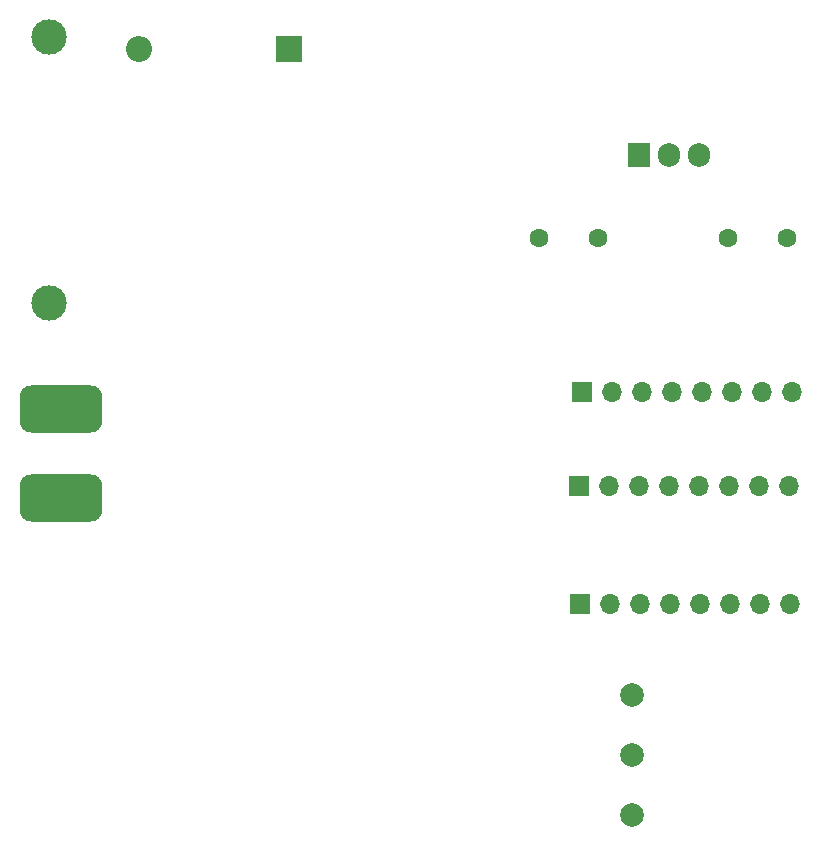
<source format=gbr>
%TF.GenerationSoftware,KiCad,Pcbnew,(6.0.4)*%
%TF.CreationDate,2022-09-19T22:09:22+05:30*%
%TF.ProjectId,fullsupply,66756c6c-7375-4707-906c-792e6b696361,rev?*%
%TF.SameCoordinates,Original*%
%TF.FileFunction,Copper,L1,Top*%
%TF.FilePolarity,Positive*%
%FSLAX46Y46*%
G04 Gerber Fmt 4.6, Leading zero omitted, Abs format (unit mm)*
G04 Created by KiCad (PCBNEW (6.0.4)) date 2022-09-19 22:09:22*
%MOMM*%
%LPD*%
G01*
G04 APERTURE LIST*
G04 Aperture macros list*
%AMRoundRect*
0 Rectangle with rounded corners*
0 $1 Rounding radius*
0 $2 $3 $4 $5 $6 $7 $8 $9 X,Y pos of 4 corners*
0 Add a 4 corners polygon primitive as box body*
4,1,4,$2,$3,$4,$5,$6,$7,$8,$9,$2,$3,0*
0 Add four circle primitives for the rounded corners*
1,1,$1+$1,$2,$3*
1,1,$1+$1,$4,$5*
1,1,$1+$1,$6,$7*
1,1,$1+$1,$8,$9*
0 Add four rect primitives between the rounded corners*
20,1,$1+$1,$2,$3,$4,$5,0*
20,1,$1+$1,$4,$5,$6,$7,0*
20,1,$1+$1,$6,$7,$8,$9,0*
20,1,$1+$1,$8,$9,$2,$3,0*%
G04 Aperture macros list end*
%TA.AperFunction,ComponentPad*%
%ADD10C,1.600000*%
%TD*%
%TA.AperFunction,ComponentPad*%
%ADD11R,1.700000X1.700000*%
%TD*%
%TA.AperFunction,ComponentPad*%
%ADD12O,1.700000X1.700000*%
%TD*%
%TA.AperFunction,ComponentPad*%
%ADD13R,2.200000X2.200000*%
%TD*%
%TA.AperFunction,ComponentPad*%
%ADD14O,2.200000X2.200000*%
%TD*%
%TA.AperFunction,ComponentPad*%
%ADD15C,2.000000*%
%TD*%
%TA.AperFunction,ComponentPad*%
%ADD16C,3.000000*%
%TD*%
%TA.AperFunction,ComponentPad*%
%ADD17RoundRect,1.000000X2.500000X-1.000000X2.500000X1.000000X-2.500000X1.000000X-2.500000X-1.000000X0*%
%TD*%
%TA.AperFunction,ComponentPad*%
%ADD18R,1.905000X2.000000*%
%TD*%
%TA.AperFunction,ComponentPad*%
%ADD19O,1.905000X2.000000*%
%TD*%
G04 APERTURE END LIST*
D10*
%TO.P,C2,1*%
%TO.N,5V*%
X146500000Y-97000000D03*
%TO.P,C2,2*%
%TO.N,GND*%
X141500000Y-97000000D03*
%TD*%
D11*
%TO.P,J4,1,Pin_1*%
%TO.N,GND*%
X128840000Y-118000000D03*
D12*
%TO.P,J4,2,Pin_2*%
X131380000Y-118000000D03*
%TO.P,J4,3,Pin_3*%
X133920000Y-118000000D03*
%TO.P,J4,4,Pin_4*%
X136460000Y-118000000D03*
%TO.P,J4,5,Pin_5*%
X139000000Y-118000000D03*
%TO.P,J4,6,Pin_6*%
X141540000Y-118000000D03*
%TO.P,J4,7,Pin_7*%
X144080000Y-118000000D03*
%TO.P,J4,8,Pin_8*%
X146620000Y-118000000D03*
%TD*%
D13*
%TO.P,D1,1,K*%
%TO.N,MVCC*%
X104350000Y-81000000D03*
D14*
%TO.P,D1,2,A*%
%TO.N,Net-(D1-Pad2)*%
X91650000Y-81000000D03*
%TD*%
D11*
%TO.P,J3,1,Pin_1*%
%TO.N,VCC12+*%
X128975000Y-128000000D03*
D12*
%TO.P,J3,2,Pin_2*%
X131515000Y-128000000D03*
%TO.P,J3,3,Pin_3*%
X134055000Y-128000000D03*
%TO.P,J3,4,Pin_4*%
X136595000Y-128000000D03*
%TO.P,J3,5,Pin_5*%
X139135000Y-128000000D03*
%TO.P,J3,6,Pin_6*%
X141675000Y-128000000D03*
%TO.P,J3,7,Pin_7*%
X144215000Y-128000000D03*
%TO.P,J3,8,Pin_8*%
X146755000Y-128000000D03*
%TD*%
D15*
%TO.P,U3,1,VCC*%
%TO.N,5V*%
X133375000Y-145850000D03*
%TO.P,U3,2,GND*%
%TO.N,GND*%
X133375000Y-140770000D03*
%TO.P,U3,3,VIN*%
%TO.N,VCC12+*%
X133375000Y-135690000D03*
%TD*%
D10*
%TO.P,C1,1*%
%TO.N,MVCC*%
X125500000Y-97000000D03*
%TO.P,C1,2*%
%TO.N,GND*%
X130500000Y-97000000D03*
%TD*%
D11*
%TO.P,J2,1,Pin_1*%
%TO.N,5V*%
X129125000Y-110000000D03*
D12*
%TO.P,J2,2,Pin_2*%
X131665000Y-110000000D03*
%TO.P,J2,3,Pin_3*%
X134205000Y-110000000D03*
%TO.P,J2,4,Pin_4*%
X136745000Y-110000000D03*
%TO.P,J2,5,Pin_5*%
X139285000Y-110000000D03*
%TO.P,J2,6,Pin_6*%
X141825000Y-110000000D03*
%TO.P,J2,7,Pin_7*%
X144365000Y-110000000D03*
%TO.P,J2,8,Pin_8*%
X146905000Y-110000000D03*
%TD*%
D16*
%TO.P,F1,1*%
%TO.N,Net-(D1-Pad2)*%
X84000000Y-80000000D03*
%TO.P,F1,2*%
%TO.N,Net-(F1-Pad2)*%
X84000000Y-102500000D03*
%TD*%
D17*
%TO.P,SW1,1*%
%TO.N,Net-(J1-Pad1)*%
X85000000Y-119000000D03*
%TO.P,SW1,2*%
%TO.N,Net-(F1-Pad2)*%
X85000000Y-111500000D03*
%TD*%
D18*
%TO.P,U1,1,VI*%
%TO.N,MVCC*%
X133960000Y-89945000D03*
D19*
%TO.P,U1,2,GND*%
%TO.N,GND*%
X136500000Y-89945000D03*
%TO.P,U1,3,VO*%
%TO.N,5V*%
X139040000Y-89945000D03*
%TD*%
M02*

</source>
